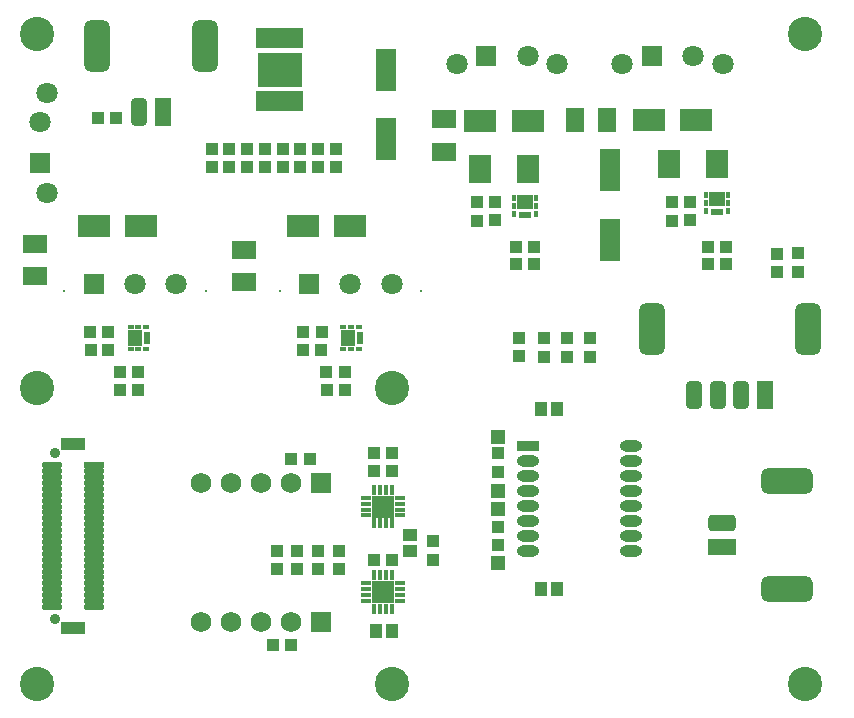
<source format=gts>
G04*
G04 #@! TF.GenerationSoftware,Altium Limited,Altium Designer,18.0.9 (584)*
G04*
G04 Layer_Color=8388736*
%FSLAX25Y25*%
%MOIN*%
G70*
G01*
G75*
%ADD50R,0.10642X0.07493*%
%ADD51R,0.04147X0.04147*%
%ADD52R,0.04147X0.04147*%
%ADD53R,0.04537X0.04143*%
%ADD54R,0.03753X0.01784*%
%ADD55R,0.01784X0.03753*%
%ADD56R,0.07296X0.07296*%
%ADD57R,0.02178X0.06706*%
G04:AMPARAMS|DCode=58|XSize=21.78mil|YSize=67.06mil|CornerRadius=7.45mil|HoleSize=0mil|Usage=FLASHONLY|Rotation=180.000|XOffset=0mil|YOffset=0mil|HoleType=Round|Shape=RoundedRectangle|*
%AMROUNDEDRECTD58*
21,1,0.02178,0.05217,0,0,180.0*
21,1,0.00689,0.06706,0,0,180.0*
1,1,0.01489,-0.00345,0.02608*
1,1,0.01489,0.00345,0.02608*
1,1,0.01489,0.00345,-0.02608*
1,1,0.01489,-0.00345,-0.02608*
%
%ADD58ROUNDEDRECTD58*%
%ADD59R,0.14580X0.11824*%
%ADD60R,0.04737X0.04737*%
%ADD61R,0.03950X0.03950*%
G04:AMPARAMS|DCode=62|XSize=86.74mil|YSize=173.35mil|CornerRadius=23.68mil|HoleSize=0mil|Usage=FLASHONLY|Rotation=90.000|XOffset=0mil|YOffset=0mil|HoleType=Round|Shape=RoundedRectangle|*
%AMROUNDEDRECTD62*
21,1,0.08674,0.12598,0,0,90.0*
21,1,0.03937,0.17335,0,0,90.0*
1,1,0.04737,0.06299,0.01968*
1,1,0.04737,0.06299,-0.01968*
1,1,0.04737,-0.06299,-0.01968*
1,1,0.04737,-0.06299,0.01968*
%
%ADD62ROUNDEDRECTD62*%
%ADD63R,0.09461X0.05524*%
G04:AMPARAMS|DCode=64|XSize=55.24mil|YSize=94.61mil|CornerRadius=15.81mil|HoleSize=0mil|Usage=FLASHONLY|Rotation=90.000|XOffset=0mil|YOffset=0mil|HoleType=Round|Shape=RoundedRectangle|*
%AMROUNDEDRECTD64*
21,1,0.05524,0.06299,0,0,90.0*
21,1,0.02362,0.09461,0,0,90.0*
1,1,0.03162,0.03150,0.01181*
1,1,0.03162,0.03150,-0.01181*
1,1,0.03162,-0.03150,-0.01181*
1,1,0.03162,-0.03150,0.01181*
%
%ADD64ROUNDEDRECTD64*%
%ADD65R,0.04143X0.04537*%
%ADD66R,0.07887X0.06312*%
%ADD67R,0.07887X0.03950*%
%ADD68R,0.07099X0.01981*%
%ADD69O,0.07099X0.01981*%
G04:AMPARAMS|DCode=70|XSize=86.74mil|YSize=173.35mil|CornerRadius=23.68mil|HoleSize=0mil|Usage=FLASHONLY|Rotation=180.000|XOffset=0mil|YOffset=0mil|HoleType=Round|Shape=RoundedRectangle|*
%AMROUNDEDRECTD70*
21,1,0.08674,0.12598,0,0,180.0*
21,1,0.03937,0.17335,0,0,180.0*
1,1,0.04737,-0.01968,0.06299*
1,1,0.04737,0.01968,0.06299*
1,1,0.04737,0.01968,-0.06299*
1,1,0.04737,-0.01968,-0.06299*
%
%ADD70ROUNDEDRECTD70*%
%ADD71R,0.05524X0.09461*%
G04:AMPARAMS|DCode=72|XSize=55.24mil|YSize=94.61mil|CornerRadius=15.81mil|HoleSize=0mil|Usage=FLASHONLY|Rotation=180.000|XOffset=0mil|YOffset=0mil|HoleType=Round|Shape=RoundedRectangle|*
%AMROUNDEDRECTD72*
21,1,0.05524,0.06299,0,0,180.0*
21,1,0.02362,0.09461,0,0,180.0*
1,1,0.03162,-0.01181,0.03150*
1,1,0.03162,0.01181,0.03150*
1,1,0.03162,0.01181,-0.03150*
1,1,0.03162,-0.01181,-0.03150*
%
%ADD72ROUNDEDRECTD72*%
%ADD73O,0.07493X0.03792*%
%ADD74R,0.07493X0.03792*%
%ADD75R,0.06902X0.14383*%
%ADD76R,0.06312X0.07887*%
%ADD77R,0.05524X0.04737*%
%ADD78R,0.01784X0.02375*%
%ADD79R,0.03910X0.01981*%
%ADD80R,0.03950X0.03950*%
%ADD81R,0.04737X0.05524*%
%ADD82R,0.02375X0.01784*%
%ADD83R,0.01981X0.03910*%
%ADD84R,0.07800X0.09300*%
%ADD85R,0.06800X0.06800*%
%ADD86C,0.06800*%
%ADD87C,0.07099*%
%ADD88R,0.07099X0.07099*%
%ADD89C,0.03556*%
%ADD90R,0.07099X0.07099*%
%ADD91C,0.00800*%
%ADD92C,0.11430*%
D50*
X88583Y152559D02*
D03*
X104331D02*
D03*
X18701D02*
D03*
X34449D02*
D03*
X219488Y187992D02*
D03*
X203740D02*
D03*
X163386Y187598D02*
D03*
X147638D02*
D03*
D51*
X78543Y12795D02*
D03*
X84646D02*
D03*
X118209Y76772D02*
D03*
X112106D02*
D03*
X118209Y70866D02*
D03*
X112106D02*
D03*
X112008Y41339D02*
D03*
X118110D02*
D03*
X20138Y188682D02*
D03*
X26241D02*
D03*
X165551Y145669D02*
D03*
X159449D02*
D03*
Y139764D02*
D03*
X165551D02*
D03*
X229528Y145669D02*
D03*
X223425D02*
D03*
Y139764D02*
D03*
X229528D02*
D03*
X27362Y103858D02*
D03*
X33465D02*
D03*
Y97953D02*
D03*
X27362D02*
D03*
X102559D02*
D03*
X96457D02*
D03*
X96260Y103858D02*
D03*
X102362D02*
D03*
X94685Y117126D02*
D03*
X88583D02*
D03*
X23622D02*
D03*
X17520D02*
D03*
X84646Y74803D02*
D03*
X90748D02*
D03*
D52*
X131890Y41339D02*
D03*
Y47441D02*
D03*
X100394Y44291D02*
D03*
Y38189D02*
D03*
X93504D02*
D03*
Y44291D02*
D03*
X86614Y38189D02*
D03*
Y44291D02*
D03*
X79724D02*
D03*
Y38189D02*
D03*
X253544Y143459D02*
D03*
Y137357D02*
D03*
X153543Y52264D02*
D03*
Y46161D02*
D03*
Y76772D02*
D03*
Y70669D02*
D03*
X184055Y115157D02*
D03*
Y109055D02*
D03*
X176453D02*
D03*
Y115157D02*
D03*
X168850D02*
D03*
Y109055D02*
D03*
X146653Y160433D02*
D03*
Y154331D02*
D03*
X211614Y160433D02*
D03*
Y154331D02*
D03*
X99410Y178347D02*
D03*
Y172244D02*
D03*
X93504Y178347D02*
D03*
Y172244D02*
D03*
X87598D02*
D03*
Y178347D02*
D03*
X81693Y172244D02*
D03*
Y178347D02*
D03*
X75787Y172244D02*
D03*
Y178347D02*
D03*
X69882Y172244D02*
D03*
Y178347D02*
D03*
X63976D02*
D03*
Y172244D02*
D03*
X58071Y178347D02*
D03*
Y172244D02*
D03*
D53*
X124016Y49606D02*
D03*
Y44291D02*
D03*
D54*
X109547Y33465D02*
D03*
Y31496D02*
D03*
Y29528D02*
D03*
Y27559D02*
D03*
X120768D02*
D03*
Y29528D02*
D03*
Y31496D02*
D03*
Y33465D02*
D03*
X109547Y62008D02*
D03*
Y60039D02*
D03*
Y58071D02*
D03*
Y56102D02*
D03*
X120768D02*
D03*
Y58071D02*
D03*
Y60039D02*
D03*
Y62008D02*
D03*
D55*
X112205Y24902D02*
D03*
X114173D02*
D03*
X116142D02*
D03*
X118110D02*
D03*
Y36122D02*
D03*
X116142D02*
D03*
X114173D02*
D03*
X112205D02*
D03*
Y53445D02*
D03*
X114173D02*
D03*
X116142D02*
D03*
X118110D02*
D03*
Y64665D02*
D03*
X116142D02*
D03*
X114173D02*
D03*
X112205D02*
D03*
D56*
X115157Y30512D02*
D03*
Y59055D02*
D03*
D57*
X73819Y194095D02*
D03*
D58*
X75787D02*
D03*
X77756D02*
D03*
X79724D02*
D03*
X81693D02*
D03*
X83661D02*
D03*
X85630D02*
D03*
X87598D02*
D03*
X73819Y215354D02*
D03*
X75787D02*
D03*
X77756D02*
D03*
X79724D02*
D03*
X81693D02*
D03*
X83661D02*
D03*
X85630D02*
D03*
X87598D02*
D03*
D59*
X80709Y204724D02*
D03*
D60*
X153543Y82183D02*
D03*
X153543Y40157D02*
D03*
Y58268D02*
D03*
Y64173D02*
D03*
D61*
X246654Y143263D02*
D03*
Y137357D02*
D03*
X160433Y115157D02*
D03*
Y109252D02*
D03*
X152559Y160433D02*
D03*
Y154528D02*
D03*
X217520Y160433D02*
D03*
Y154528D02*
D03*
D62*
X250000Y67716D02*
D03*
Y31496D02*
D03*
D63*
X228031Y45669D02*
D03*
D64*
Y53543D02*
D03*
D65*
X173228Y91535D02*
D03*
X167913D02*
D03*
X173228Y31496D02*
D03*
X167913D02*
D03*
X118110Y17717D02*
D03*
X112795D02*
D03*
D66*
X68898Y133858D02*
D03*
Y144685D02*
D03*
X-695Y135857D02*
D03*
Y146684D02*
D03*
X135433Y188189D02*
D03*
Y177362D02*
D03*
D67*
X11811Y18504D02*
D03*
Y79921D02*
D03*
D68*
X18898Y72835D02*
D03*
D69*
Y70866D02*
D03*
Y68898D02*
D03*
Y66929D02*
D03*
Y64961D02*
D03*
Y62992D02*
D03*
Y61024D02*
D03*
Y59055D02*
D03*
Y57087D02*
D03*
Y55118D02*
D03*
Y53150D02*
D03*
Y51181D02*
D03*
Y49213D02*
D03*
Y47244D02*
D03*
Y45276D02*
D03*
Y43307D02*
D03*
Y41339D02*
D03*
Y39370D02*
D03*
Y37402D02*
D03*
Y35433D02*
D03*
Y33465D02*
D03*
Y31496D02*
D03*
Y29528D02*
D03*
Y27559D02*
D03*
Y25591D02*
D03*
X4724D02*
D03*
Y27559D02*
D03*
Y29528D02*
D03*
Y31496D02*
D03*
Y33465D02*
D03*
Y35433D02*
D03*
Y37402D02*
D03*
Y39370D02*
D03*
Y41339D02*
D03*
Y43307D02*
D03*
Y45276D02*
D03*
Y47244D02*
D03*
Y49213D02*
D03*
Y51181D02*
D03*
Y53150D02*
D03*
Y55118D02*
D03*
Y57087D02*
D03*
Y59055D02*
D03*
Y61024D02*
D03*
Y62992D02*
D03*
Y64961D02*
D03*
Y66929D02*
D03*
Y68898D02*
D03*
Y70866D02*
D03*
Y72835D02*
D03*
D70*
X19685Y212598D02*
D03*
X55905D02*
D03*
X256693Y118110D02*
D03*
X204724D02*
D03*
D71*
X41732Y190630D02*
D03*
X242520Y96142D02*
D03*
D72*
X33858Y190630D02*
D03*
X234646Y96142D02*
D03*
X226772D02*
D03*
X218898D02*
D03*
D73*
X197835Y44173D02*
D03*
Y49173D02*
D03*
Y54173D02*
D03*
Y59173D02*
D03*
Y64173D02*
D03*
Y69173D02*
D03*
Y74173D02*
D03*
Y79173D02*
D03*
X163386Y44173D02*
D03*
Y49173D02*
D03*
Y54173D02*
D03*
Y59173D02*
D03*
Y64173D02*
D03*
Y69173D02*
D03*
Y74173D02*
D03*
D74*
Y79173D02*
D03*
D75*
X116142Y204724D02*
D03*
Y181496D02*
D03*
X190945Y171260D02*
D03*
Y148031D02*
D03*
D76*
X189961Y187992D02*
D03*
X179134D02*
D03*
D77*
X226378Y161421D02*
D03*
X162402Y160433D02*
D03*
D78*
X230020Y162799D02*
D03*
Y160240D02*
D03*
Y157681D02*
D03*
X222736D02*
D03*
Y160240D02*
D03*
Y162799D02*
D03*
X166043Y161811D02*
D03*
Y159252D02*
D03*
Y156693D02*
D03*
X158760D02*
D03*
Y159252D02*
D03*
Y161811D02*
D03*
D79*
X226378Y157327D02*
D03*
X162402Y156339D02*
D03*
D80*
X94488Y111221D02*
D03*
X88583D02*
D03*
X23622D02*
D03*
X17717D02*
D03*
D81*
X103347Y115157D02*
D03*
X32480D02*
D03*
D82*
X101969Y118799D02*
D03*
X104527D02*
D03*
X107087D02*
D03*
Y111516D02*
D03*
X104527D02*
D03*
X101969D02*
D03*
X31102Y118799D02*
D03*
X33661D02*
D03*
X36220D02*
D03*
Y111516D02*
D03*
X33661D02*
D03*
X31102D02*
D03*
D83*
X107441Y115157D02*
D03*
X36575D02*
D03*
D84*
X210378Y173228D02*
D03*
X226378D02*
D03*
X147386Y171457D02*
D03*
X163386D02*
D03*
D85*
X94646Y20669D02*
D03*
Y66929D02*
D03*
D86*
X84646Y20669D02*
D03*
X74646D02*
D03*
X64646D02*
D03*
X54646D02*
D03*
X84646Y66929D02*
D03*
X74646D02*
D03*
X64646D02*
D03*
X54646D02*
D03*
D87*
X173228Y206697D02*
D03*
X139764D02*
D03*
X163386Y209177D02*
D03*
X228346Y206697D02*
D03*
X194882D02*
D03*
X218504Y209177D02*
D03*
X3268Y197047D02*
D03*
Y163583D02*
D03*
X787Y187205D02*
D03*
X104331Y133386D02*
D03*
X118110D02*
D03*
X46260D02*
D03*
X32480D02*
D03*
D88*
X149606Y209177D02*
D03*
X204724D02*
D03*
X90551Y133386D02*
D03*
X18701D02*
D03*
D89*
X5906Y21457D02*
D03*
Y76968D02*
D03*
D90*
X787Y173425D02*
D03*
D91*
X80709Y130905D02*
D03*
X127953D02*
D03*
X56102D02*
D03*
X8858D02*
D03*
D92*
X0Y216535D02*
D03*
X255906D02*
D03*
Y0D02*
D03*
X0Y98425D02*
D03*
X118110D02*
D03*
Y0D02*
D03*
X0D02*
D03*
M02*

</source>
